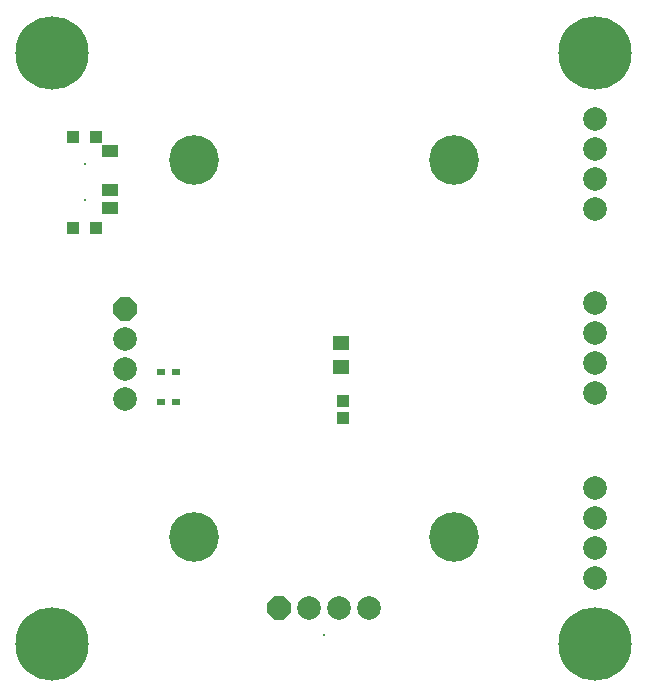
<source format=gts>
G04 Layer_Color=8388736*
%FSLAX44Y44*%
%MOMM*%
G71*
G01*
G75*
%ADD25R,1.4532X1.1032*%
%ADD26R,1.1032X1.0032*%
%ADD27R,1.0532X1.0532*%
%ADD28R,1.4532X1.2032*%
%ADD29R,0.7032X0.6032*%
%ADD30C,6.2032*%
%ADD31C,4.2032*%
%ADD32C,2.0032*%
%ADD33P,2.1683X8X292.5*%
%ADD34C,0.2032*%
%ADD35P,2.1683X8X22.5*%
G04:AMPARAMS|DCode=36|XSize=0.2032mm|YSize=0.2032mm|CornerRadius=0mm|HoleSize=0mm|Usage=FLASHONLY|Rotation=0.000|XOffset=0mm|YOffset=0mm|HoleType=Round|Shape=RoundedRectangle|*
%AMROUNDEDRECTD36*
21,1,0.2032,0.2032,0,0,0.0*
21,1,0.2032,0.2032,0,0,0.0*
1,1,0.0000,0.1016,-0.1016*
1,1,0.0000,-0.1016,-0.1016*
1,1,0.0000,-0.1016,0.1016*
1,1,0.0000,0.1016,0.1016*
%
%ADD36ROUNDEDRECTD36*%
D25*
X94230Y466850D02*
D03*
Y433850D02*
D03*
Y418850D02*
D03*
D26*
X62480Y402350D02*
D03*
X82480D02*
D03*
X62480Y479350D02*
D03*
X82480D02*
D03*
D27*
X291160Y241470D02*
D03*
Y255470D02*
D03*
D28*
X290050Y284360D02*
D03*
Y304360D02*
D03*
D29*
X150000Y255000D02*
D03*
X137000D02*
D03*
X150000Y280000D02*
D03*
X137000D02*
D03*
D30*
X505000Y550000D02*
D03*
X45000D02*
D03*
Y50000D02*
D03*
X505000D02*
D03*
D31*
X165000Y460000D02*
D03*
Y140000D02*
D03*
X385000D02*
D03*
Y460000D02*
D03*
D32*
X504500Y494320D02*
D03*
Y418120D02*
D03*
Y443520D02*
D03*
Y468920D02*
D03*
X107000Y307950D02*
D03*
Y282550D02*
D03*
Y257150D02*
D03*
X504500Y338120D02*
D03*
Y261920D02*
D03*
Y287320D02*
D03*
Y312720D02*
D03*
Y181870D02*
D03*
Y105670D02*
D03*
Y131070D02*
D03*
Y156470D02*
D03*
X313100Y80000D02*
D03*
X287700D02*
D03*
X262300D02*
D03*
D33*
X107000Y333350D02*
D03*
D34*
X72480Y425850D02*
D03*
Y455850D02*
D03*
D35*
X236900Y80000D02*
D03*
D36*
X275000Y57200D02*
D03*
M02*

</source>
